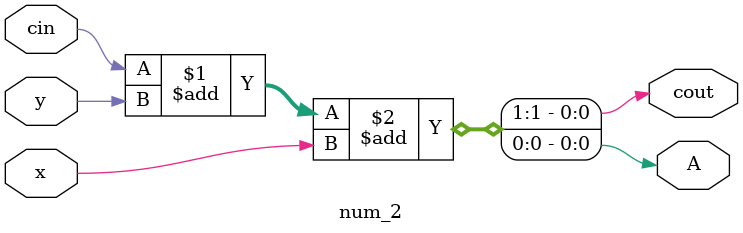
<source format=v>

`timescale 1ns/1ns
module num_2 (input x, input y, input cin, output A, output cout);
 
assign {cout,A} =  cin + y + x;
 
endmodule
</source>
